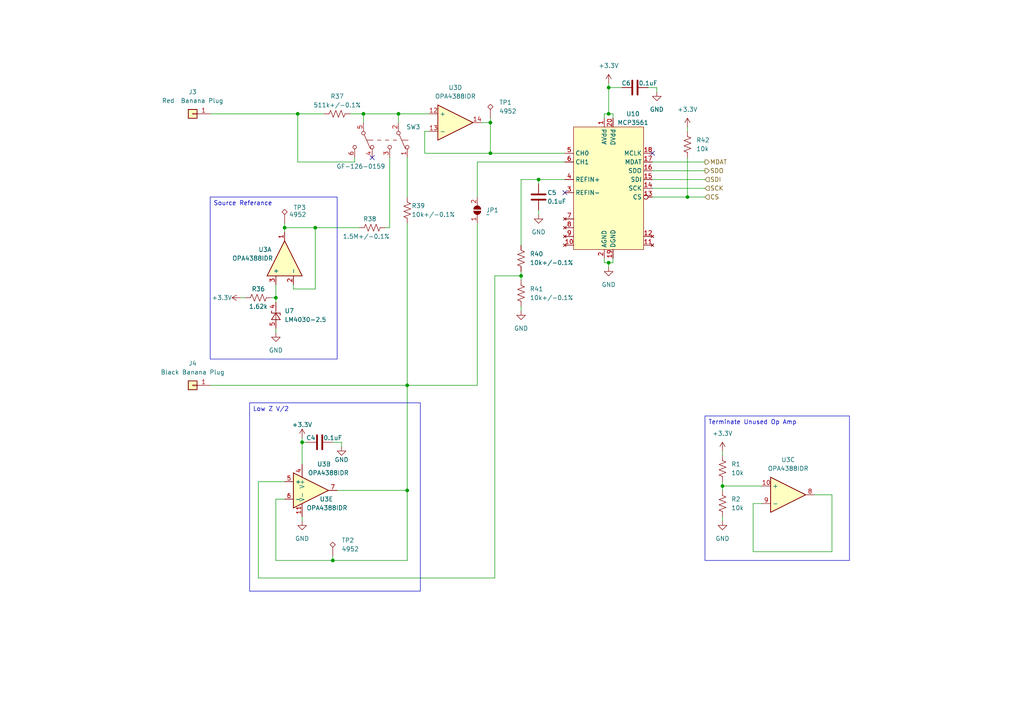
<source format=kicad_sch>
(kicad_sch (version 20230121) (generator eeschema)
  (paper "A4")
  (title_block (title "Multimeter Analog Front End"))
  (lib_symbols
    (symbol "Connector:TestPoint_Alt" (pin_numbers hide) (pin_names (offset 0.762) hide)
      (property "Reference" "TP" (at 0 6.858 0))
      (property "Value" "TestPoint_Alt" (at 0 5.08 0))
      (symbol "TestPoint_Alt_0_1"
        (polyline (pts (xy 0 2.54) (xy -0.762 3.302) (xy 0 4.064) (xy 0.762 3.302) (xy 0 2.54)))
      )
      (symbol "TestPoint_Alt_1_1"
        (pin passive line (at 0 0 90) (length 2.54) (name "1") (number "1"))
      )
    )
    (symbol "Connector_Generic:Conn_01x01" (pin_names (offset 1.016) hide)
      (property "Reference" "J" (at 0 2.54 0))
      (property "Value" "Conn_01x01" (at 0 -2.54 0))
      (symbol "Conn_01x01_1_1"
        (rectangle (start -1.27 0.127) (end 0 -0.127) (stroke (width 0.1524)))
        (rectangle (start -1.27 1.27) (end 1.27 -1.27) (stroke (width 0.254)) (fill (type background)))
        (pin passive line (at -5.08 0 0) (length 3.81) (name "Pin_1") (number "1"))
      )
    )
    (symbol "Device:C" (pin_numbers hide) (pin_names (offset 0.254))
      (property "Reference" "C" (at 0.635 2.54 0))
      (property "Value" "C" (at 0.635 -2.54 0))
      (symbol "C_0_1"
        (polyline (pts (xy -2.032 -0.762) (xy 2.032 -0.762)) (stroke (width 0.508)))
        (polyline (pts (xy -2.032 0.762) (xy 2.032 0.762)) (stroke (width 0.508)))
      )
      (symbol "C_1_1"
        (pin passive line (at 0 3.81 270) (length 2.794) (name "~") (number "1"))
        (pin passive line (at 0 -3.81 90) (length 2.794) (name "~") (number "2"))
      )
    )
    (symbol "Device:Opamp_Quad"
      (property "Reference" "U" (at 0 5.08 0))
      (property "Value" "Opamp_Quad" (at 0 -5.08 0))
      (symbol "Opamp_Quad_1_1"
        (polyline (pts (xy -5.08 5.08) (xy 5.08 0) (xy -5.08 -5.08) (xy -5.08 5.08)) (stroke (width 0.254)) (fill (type background)))
        (pin output line (at 7.62 0 180) (length 2.54) (name "~") (number "1"))
        (pin input line (at -7.62 -2.54 0) (length 2.54) (name "-") (number "2"))
        (pin input line (at -7.62 2.54 0) (length 2.54) (name "+") (number "3"))
      )
      (symbol "Opamp_Quad_2_1"
        (polyline (pts (xy -5.08 5.08) (xy 5.08 0) (xy -5.08 -5.08) (xy -5.08 5.08)) (stroke (width 0.254)) (fill (type background)))
        (pin input line (at -7.62 2.54 0) (length 2.54) (name "+") (number "5"))
        (pin input line (at -7.62 -2.54 0) (length 2.54) (name "-") (number "6"))
        (pin output line (at 7.62 0 180) (length 2.54) (name "~") (number "7"))
      )
      (symbol "Opamp_Quad_3_1"
        (polyline (pts (xy -5.08 5.08) (xy 5.08 0) (xy -5.08 -5.08) (xy -5.08 5.08)) (stroke (width 0.254)) (fill (type background)))
        (pin input line (at -7.62 2.54 0) (length 2.54) (name "+") (number "10"))
        (pin output line (at 7.62 0 180) (length 2.54) (name "~") (number "8"))
        (pin input line (at -7.62 -2.54 0) (length 2.54) (name "-") (number "9"))
      )
      (symbol "Opamp_Quad_4_1"
        (polyline (pts (xy -5.08 5.08) (xy 5.08 0) (xy -5.08 -5.08) (xy -5.08 5.08)) (stroke (width 0.254)) (fill (type background)))
        (pin input line (at -7.62 2.54 0) (length 2.54) (name "+") (number "12"))
        (pin input line (at -7.62 -2.54 0) (length 2.54) (name "-") (number "13"))
        (pin output line (at 7.62 0 180) (length 2.54) (name "~") (number "14"))
      )
      (symbol "Opamp_Quad_5_1"
        (pin power_in line (at -2.54 -7.62 90) (length 3.81) (name "V-") (number "11"))
        (pin power_in line (at -2.54 7.62 270) (length 3.81) (name "V+") (number "4"))
      )
    )
    (symbol "Device:R_US" (pin_numbers hide) (pin_names (offset 0))
      (property "Reference" "R" (at 2.54 0 90))
      (property "Value" "R_US" (at -2.54 0 90))
      (symbol "R_US_0_1"
        (polyline (pts (xy 0 -2.286) (xy 0 -2.54)))
        (polyline (pts (xy 0 2.286) (xy 0 2.54)))
        (polyline (pts (xy 0 -0.762) (xy 1.016 -1.143) (xy 0 -1.524) (xy -1.016 -1.905) (xy 0 -2.286)))
        (polyline (pts (xy 0 0.762) (xy 1.016 0.381) (xy 0 0) (xy -1.016 -0.381) (xy 0 -0.762)))
        (polyline (pts (xy 0 2.286) (xy 1.016 1.905) (xy 0 1.524) (xy -1.016 1.143) (xy 0 0.762)))
      )
      (symbol "R_US_1_1"
        (pin passive line (at 0 3.81 270) (length 1.27) (name "~") (number "1"))
        (pin passive line (at 0 -3.81 90) (length 1.27) (name "~") (number "2"))
      )
    )
    (symbol "Jumper:SolderJumper_2_Open" (pin_names (offset 0) hide)
      (property "Reference" "JP" (at 0 2.032 0))
      (property "Value" "SolderJumper_2_Open" (at 0 -2.54 0))
      (symbol "SolderJumper_2_Open_0_1"
        (arc (start -0.254 1.016) (mid -1.2656 0) (end -0.254 -1.016))
        (arc (start -0.254 1.016) (mid -1.2656 0) (end -0.254 -1.016) (fill (type outline)))
        (polyline (pts (xy -0.254 1.016) (xy -0.254 -1.016)))
        (polyline (pts (xy 0.254 1.016) (xy 0.254 -1.016)))
        (arc (start 0.254 -1.016) (mid 1.2656 0) (end 0.254 1.016))
        (arc (start 0.254 -1.016) (mid 1.2656 0) (end 0.254 1.016) (fill (type outline)))
      )
      (symbol "SolderJumper_2_Open_1_1"
        (pin passive line (at -3.81 0 0) (length 2.54) (name "A") (number "1"))
        (pin passive line (at 3.81 0 180) (length 2.54) (name "B") (number "2"))
      )
    )
    (symbol "Reference_Voltage:LM4030-2.5" (pin_names (offset 0.0254) hide)
      (property "Reference" "U" (at 0 2.54 0))
      (property "Value" "LM4030-2.5" (at 0 -3.175 0))
      (symbol "LM4030-2.5_0_1"
        (polyline (pts (xy -1.27 0) (xy 0 0) (xy 1.27 0)))
        (polyline (pts (xy -1.27 -1.27) (xy 0.635 0) (xy -1.27 1.27) (xy -1.27 -1.27)) (stroke (width 0.2032)))
        (polyline (pts (xy 0 -1.27) (xy 0.635 -1.27) (xy 0.635 1.27) (xy 1.27 1.27)) (stroke (width 0.2032)))
      )
      (symbol "LM4030-2.5_1_1"
        (pin passive line (at 3.81 0 180) (length 2.54) (name "K") (number "4"))
        (pin passive line (at -3.81 0 0) (length 2.54) (name "A") (number "5"))
      )
    )
    (symbol "Switch:SW_Push_DPDT" (pin_names (offset 0) hide)
      (property "Reference" "SW" (at 0 8.89 0))
      (property "Value" "SW_Push_DPDT" (at 0 -10.16 0))
      (symbol "SW_Push_DPDT_0_0"
        (circle (center -2.032 -5.08) (radius 0.508))
        (circle (center -2.032 5.08) (radius 0.508))
        (circle (center 2.032 -7.62) (radius 0.508))
        (circle (center 2.032 2.54) (radius 0.508))
      )
      (symbol "SW_Push_DPDT_0_1"
        (polyline (pts (xy -1.524 -4.826) (xy 2.54 -3.048)))
        (polyline (pts (xy -1.524 5.334) (xy 2.54 7.112)))
        (polyline (pts (xy 0 -2.286) (xy 0 -4.064)))
        (polyline (pts (xy 0 -1.016) (xy 0 0)))
        (polyline (pts (xy 0 1.27) (xy 0 2.286)))
        (polyline (pts (xy 0 3.556) (xy 0 4.572)))
        (polyline (pts (xy 0 7.874) (xy 0 6.096)))
        (circle (center 2.032 -2.54) (radius 0.508))
        (circle (center 2.032 7.62) (radius 0.508))
      )
      (symbol "SW_Push_DPDT_1_1"
        (pin passive line (at 5.08 7.62 180) (length 2.54) (name "A") (number "1"))
        (pin passive line (at -5.08 5.08 0) (length 2.54) (name "B") (number "2"))
        (pin passive line (at 5.08 2.54 180) (length 2.54) (name "C") (number "3"))
        (pin passive line (at 5.08 -2.54 180) (length 2.54) (name "A") (number "4"))
        (pin passive line (at -5.08 -5.08 0) (length 2.54) (name "B") (number "5"))
        (pin passive line (at 5.08 -7.62 180) (length 2.54) (name "C") (number "6"))
      )
    )
    (symbol "multimeter_parts:MCP3561"
      (property "Reference" "U" (at -7.62 20.32 0))
      (property "Value" "MCP3561" (at -7.62 17.78 0))
      (symbol "MCP3561_1_1"
        (rectangle (start -10.16 16.51) (end 10.16 -19.05) (fill (type background)))
        (pin input line (at -1.27 19.05 270) (length 2.54) (name "AVdd") (number "1"))
        (pin no_connect line (at -12.7 -17.78 0) (length 2.54) (name "") (number "10"))
        (pin no_connect line (at 12.7 -17.78 180) (length 2.54) (name "") (number "11"))
        (pin no_connect line (at 12.7 -15.24 180) (length 2.54) (name "") (number "12"))
        (pin input inverted (at 12.7 -3.81 180) (length 2.54) (name "CS") (number "13"))
        (pin input line (at 12.7 -1.27 180) (length 2.54) (name "SCK") (number "14"))
        (pin input line (at 12.7 1.27 180) (length 2.54) (name "SDI") (number "15"))
        (pin input line (at 12.7 3.81 180) (length 2.54) (name "SDO") (number "16"))
        (pin input line (at 12.7 6.35 180) (length 2.54) (name "MDAT") (number "17"))
        (pin input line (at 12.7 8.89 180) (length 2.54) (name "MCLK") (number "18"))
        (pin input line (at 1.27 -21.59 90) (length 2.54) (name "DGND") (number "19"))
        (pin input line (at -1.27 -21.59 90) (length 2.54) (name "AGND") (number "2"))
        (pin input line (at 1.27 19.05 270) (length 2.54) (name "DVdd") (number "20"))
        (pin input line (at -12.7 -2.54 0) (length 2.54) (name "REFIN-") (number "3"))
        (pin input line (at -12.7 1.27 0) (length 2.54) (name "REFIN+") (number "4"))
        (pin input line (at -12.7 8.89 0) (length 2.54) (name "CH0") (number "5"))
        (pin input line (at -12.7 6.35 0) (length 2.54) (name "CH1") (number "6"))
        (pin no_connect line (at -12.7 -10.16 0) (length 2.54) (name "") (number "7"))
        (pin no_connect line (at -12.7 -12.7 0) (length 2.54) (name "") (number "8"))
        (pin no_connect line (at -12.7 -15.24 0) (length 2.54) (name "") (number "9"))
      )
    )
    (symbol "power:+3.3V" (power) (pin_names (offset 0))
      (property "Value" "+3.3V" (at 0 3.556 0))
      (symbol "+3.3V_0_1"
        (polyline (pts (xy -0.762 1.27) (xy 0 2.54)))
        (polyline (pts (xy 0 0) (xy 0 2.54)))
        (polyline (pts (xy 0 2.54) (xy 0.762 1.27)))
      )
      (symbol "+3.3V_1_1"
        (pin power_in line (at 0 0 90) (length 0) hide (name "+3.3V") (number "1"))
      )
    )
    (symbol "power:GND" (power) (pin_names (offset 0))
      (property "Value" "GND" (at 0 -3.81 0))
      (symbol "GND_0_1"
        (polyline (pts (xy 0 0) (xy 0 -1.27) (xy 1.27 -1.27) (xy 0 -2.54) (xy -1.27 -1.27) (xy 0 -1.27)))
      )
      (symbol "GND_1_1"
        (pin power_in line (at 0 0 270) (length 0) hide (name "GND") (number "1"))
      )
    )
  )
  (junction (at 118.11 142.24))
  (junction (at 115.57 33.02))
  (junction (at 199.39 57.15))
  (junction (at 176.53 76.2))
  (junction (at 176.53 33.02))
  (junction (at 96.52 162.56))
  (junction (at 86.36 33.02))
  (junction (at 156.21 52.07))
  (junction (at 142.24 35.56))
  (junction (at 142.24 44.45))
  (junction (at 118.11 111.76))
  (junction (at 176.53 25.4))
  (junction (at 91.44 66.04))
  (junction (at 87.63 128.27))
  (junction (at 105.41 33.02))
  (junction (at 80.01 86.36))
  (junction (at 209.55 140.97))
  (junction (at 82.55 66.04))
  (junction (at 151.13 80.01))
  (no_connect (at 163.83 55.88))
  (no_connect (at 189.23 44.45))
  (no_connect (at 107.95 45.72))
  (wire (pts (xy 142.24 35.56) (xy 142.24 44.45)))
  (wire (pts (xy 115.57 33.02) (xy 124.46 33.02)))
  (wire (pts (xy 241.3 160.02) (xy 241.3 143.51)))
  (wire (pts (xy 82.55 66.04) (xy 91.44 66.04)))
  (wire (pts (xy 111.76 66.04) (xy 113.03 66.04)))
  (wire (pts (xy 113.03 45.72) (xy 113.03 66.04)))
  (wire (pts (xy 189.23 54.61) (xy 204.47 54.61)))
  (wire (pts (xy 138.43 46.99) (xy 163.83 46.99)))
  (wire (pts (xy 199.39 57.15) (xy 204.47 57.15)))
  (wire (pts (xy 209.55 130.81) (xy 209.55 132.08)))
  (wire (pts (xy 96.52 128.27) (xy 99.06 128.27)))
  (wire (pts (xy 209.55 149.86) (xy 209.55 151.13)))
  (wire (pts (xy 80.01 144.78) (xy 80.01 162.56)))
  (wire (pts (xy 74.93 139.7) (xy 82.55 139.7)))
  (wire (pts (xy 176.53 25.4) (xy 176.53 33.02)))
  (wire (pts (xy 60.96 33.02) (xy 86.36 33.02)))
  (wire (pts (xy 87.63 149.86) (xy 87.63 151.13)))
  (wire (pts (xy 142.24 35.56) (xy 139.7 35.56)))
  (wire (pts (xy 82.55 64.77) (xy 82.55 66.04)))
  (wire (pts (xy 142.24 44.45) (xy 163.83 44.45)))
  (wire (pts (xy 241.3 143.51) (xy 236.22 143.51)))
  (wire (pts (xy 87.63 127) (xy 87.63 128.27)))
  (wire (pts (xy 156.21 60.96) (xy 156.21 62.23)))
  (wire (pts (xy 151.13 78.74) (xy 151.13 80.01)))
  (wire (pts (xy 218.44 160.02) (xy 241.3 160.02)))
  (wire (pts (xy 138.43 64.77) (xy 138.43 111.76)))
  (wire (pts (xy 80.01 82.55) (xy 80.01 86.36)))
  (wire (pts (xy 218.44 146.05) (xy 218.44 160.02)))
  (wire (pts (xy 151.13 52.07) (xy 156.21 52.07)))
  (wire (pts (xy 189.23 49.53) (xy 204.47 49.53)))
  (wire (pts (xy 69.85 86.36) (xy 71.12 86.36)))
  (wire (pts (xy 97.79 142.24) (xy 118.11 142.24)))
  (wire (pts (xy 118.11 111.76) (xy 118.11 142.24)))
  (wire (pts (xy 124.46 38.1) (xy 123.19 38.1)))
  (wire (pts (xy 99.06 128.27) (xy 99.06 129.54)))
  (wire (pts (xy 102.87 45.72) (xy 102.87 46.99)))
  (wire (pts (xy 91.44 66.04) (xy 104.14 66.04)))
  (wire (pts (xy 118.11 64.77) (xy 118.11 111.76)))
  (wire (pts (xy 60.96 111.76) (xy 118.11 111.76)))
  (wire (pts (xy 87.63 128.27) (xy 88.9 128.27)))
  (wire (pts (xy 199.39 45.72) (xy 199.39 57.15)))
  (wire (pts (xy 118.11 45.72) (xy 118.11 57.15)))
  (wire (pts (xy 156.21 53.34) (xy 156.21 52.07)))
  (wire (pts (xy 91.44 83.82) (xy 91.44 66.04)))
  (wire (pts (xy 138.43 46.99) (xy 138.43 57.15)))
  (wire (pts (xy 80.01 87.63) (xy 80.01 86.36)))
  (wire (pts (xy 82.55 144.78) (xy 80.01 144.78)))
  (wire (pts (xy 177.8 33.02) (xy 177.8 34.29)))
  (wire (pts (xy 143.51 167.64) (xy 74.93 167.64)))
  (wire (pts (xy 80.01 95.25) (xy 80.01 96.52)))
  (wire (pts (xy 156.21 52.07) (xy 163.83 52.07)))
  (wire (pts (xy 189.23 52.07) (xy 204.47 52.07)))
  (wire (pts (xy 142.24 34.29) (xy 142.24 35.56)))
  (wire (pts (xy 220.98 146.05) (xy 218.44 146.05)))
  (wire (pts (xy 190.5 25.4) (xy 190.5 26.67)))
  (wire (pts (xy 87.63 128.27) (xy 87.63 134.62)))
  (wire (pts (xy 176.53 76.2) (xy 177.8 76.2)))
  (wire (pts (xy 86.36 46.99) (xy 86.36 33.02)))
  (wire (pts (xy 176.53 33.02) (xy 175.26 33.02)))
  (wire (pts (xy 123.19 38.1) (xy 123.19 44.45)))
  (wire (pts (xy 82.55 67.31) (xy 82.55 66.04)))
  (wire (pts (xy 176.53 24.13) (xy 176.53 25.4)))
  (wire (pts (xy 176.53 76.2) (xy 176.53 77.47)))
  (wire (pts (xy 151.13 71.12) (xy 151.13 52.07)))
  (wire (pts (xy 189.23 46.99) (xy 204.47 46.99)))
  (wire (pts (xy 96.52 162.56) (xy 118.11 162.56)))
  (wire (pts (xy 209.55 139.7) (xy 209.55 140.97)))
  (wire (pts (xy 105.41 33.02) (xy 105.41 35.56)))
  (wire (pts (xy 105.41 33.02) (xy 115.57 33.02)))
  (wire (pts (xy 118.11 111.76) (xy 138.43 111.76)))
  (wire (pts (xy 175.26 76.2) (xy 176.53 76.2)))
  (wire (pts (xy 85.09 83.82) (xy 91.44 83.82)))
  (wire (pts (xy 151.13 88.9) (xy 151.13 90.17)))
  (wire (pts (xy 78.74 86.36) (xy 80.01 86.36)))
  (wire (pts (xy 74.93 167.64) (xy 74.93 139.7)))
  (wire (pts (xy 209.55 140.97) (xy 220.98 140.97)))
  (wire (pts (xy 151.13 80.01) (xy 151.13 81.28)))
  (wire (pts (xy 118.11 162.56) (xy 118.11 142.24)))
  (wire (pts (xy 123.19 44.45) (xy 142.24 44.45)))
  (wire (pts (xy 143.51 80.01) (xy 143.51 167.64)))
  (wire (pts (xy 80.01 162.56) (xy 96.52 162.56)))
  (wire (pts (xy 176.53 25.4) (xy 180.34 25.4)))
  (wire (pts (xy 175.26 74.93) (xy 175.26 76.2)))
  (wire (pts (xy 115.57 33.02) (xy 115.57 35.56)))
  (wire (pts (xy 85.09 82.55) (xy 85.09 83.82)))
  (wire (pts (xy 189.23 57.15) (xy 199.39 57.15)))
  (wire (pts (xy 86.36 33.02) (xy 93.98 33.02)))
  (wire (pts (xy 177.8 74.93) (xy 177.8 76.2)))
  (wire (pts (xy 199.39 36.83) (xy 199.39 38.1)))
  (wire (pts (xy 151.13 80.01) (xy 143.51 80.01)))
  (wire (pts (xy 187.96 25.4) (xy 190.5 25.4)))
  (wire (pts (xy 101.6 33.02) (xy 105.41 33.02)))
  (wire (pts (xy 102.87 46.99) (xy 86.36 46.99)))
  (wire (pts (xy 96.52 161.29) (xy 96.52 162.56)))
  (wire (pts (xy 209.55 140.97) (xy 209.55 142.24)))
  (wire (pts (xy 175.26 33.02) (xy 175.26 34.29)))
  (wire (pts (xy 176.53 33.02) (xy 177.8 33.02)))
  (text_box "Low Z V/2" (at 72.39 116.84 0) (size 49.53 54.61) (effects (font (size 1.27 1.27)) (justify left top)))
  (text_box "Terminate Unused Op Amp" (at 204.47 120.65 0) (size 41.91 41.91) (effects (font (size 1.27 1.27)) (justify left top)))
  (text_box "Source Referance" (at 60.96 57.15 0) (size 36.83 46.99) (effects (font (size 1.27 1.27)) (justify left top)))
  (hierarchical_label "MDAT" (shape output) (at 204.47 46.99 0))
  (hierarchical_label "SDO" (shape output) (at 204.47 49.53 0))
  (hierarchical_label "CS" (shape input) (at 204.47 57.15 0))
  (hierarchical_label "SDI" (shape input) (at 204.47 52.07 0))
  (hierarchical_label "SCK" (shape input) (at 204.47 54.61 0))
  (symbol (lib_id "Connector_Generic:Conn_01x01") (at 55.88 33.02 180) (unit 1)
    (property "Reference" "J3" (at 55.88 26.67 0))
    (property "Value" "Red  Banana Plug" (at 55.88 29.21 0))
    (property "Footprint" "Multimeter:KEYSTONE_575-4" (effects hide))
    (property "Digikey Part #" "36-575-8-ND" (effects hide))
    (property "Part #" "575-8" (effects hide))
    (property "Unit Price" "0.88" (effects hide))
  )
  (symbol (lib_id "Device:R_US") (at 209.55 146.05 0) (unit 1)
    (property "Reference" "R2" (at 212.09 144.78 0) (effects (justify left)))
    (property "Value" "10k" (at 212.09 147.32 0) (effects (justify left)))
    (property "Footprint" "Resistor_SMD:R_0805_2012Metric_Pad1.20x1.40mm_HandSolder" (effects hide))
    (property "Digikey Part #" "RMCF0805FT10K0CT-ND" (effects hide))
    (property "Part #" "RMCF0805FT10K0" (effects hide))
    (property "Unit Price" "0.1" (effects hide))
  )
  (symbol (lib_id "power:+3.3V") (at 209.55 130.81 0) (unit 1)
    (property "Reference" "#PWR036" (effects hide))
    (property "Value" "+3.3V" (at 209.55 125.73 0))
    (instances (project "Multimeter" (path "" (reference "#PWR036") (unit 1)) (path "" (reference "#PWR012") (unit 1))))
  )
  (symbol (lib_id "Connector:TestPoint_Alt") (at 96.52 161.29 0) (unit 1)
    (property "Reference" "TP2" (at 99.06 156.718 0) (effects (justify left)))
    (property "Value" "4952" (at 99.06 159.258 0) (effects (justify left)))
    (property "Footprint" "TestPoint:TestPoint_THTPad_1.5x1.5mm_Drill0.7mm" (effects hide))
    (property "Digikey Part #" "36-4952-ND" (effects hide))
    (property "Part #" "4952" (effects hide))
    (property "Unit Price" "0.26" (effects hide))
  )
  (symbol (lib_id "power:GND") (at 87.63 151.13 0) (unit 1)
    (property "Reference" "#PWR032" (effects hide))
    (property "Value" "GND" (at 87.63 156.21 0))
  )
  (symbol (lib_id "power:+3.3V") (at 176.53 24.13 0) (unit 1)
    (property "Reference" "#PWR036" (effects hide))
    (property "Value" "+3.3V" (at 176.53 19.05 0))
  )
  (symbol (lib_id "power:GND") (at 176.53 77.47 0) (unit 1)
    (property "Reference" "#PWR037" (effects hide))
    (property "Value" "GND" (at 176.53 82.55 0))
  )
  (symbol (lib_id "power:GND") (at 99.06 129.54 0) (unit 1)
    (property "Reference" "#PWR033" (effects hide))
    (property "Value" "GND" (at 99.06 133.35 0))
  )
  (symbol (lib_id "Switch:SW_Push_DPDT") (at 110.49 40.64 270) (unit 1)
    (property "Reference" "SW3" (at 121.92 36.83 90) (effects (justify right)))
    (property "Value" "GF-126-0159" (at 111.76 48.26 90) (effects (justify right)))
    (property "Footprint" "Multimeter:SW_GF-126-0159" (effects hide))
    (property "Digikey Part #" "SW342-ND" (effects hide))
    (property "Part #" "GF-126-0159" (effects hide))
    (property "Unit Price" "1.58" (effects hide))
  )
  (symbol (lib_id "Device:C") (at 156.21 57.15 0) (unit 1)
    (property "Reference" "C5" (at 158.75 55.88 0) (effects (justify left)))
    (property "Value" "0.1uF" (at 158.75 58.42 0) (effects (justify left)))
    (property "Footprint" "Capacitor_SMD:C_0805_2012Metric" (effects hide))
    (property "Digikey Part #" "1276-1003-1-ND" (effects hide))
    (property "Part #" "CL21B104KBCNNNC" (effects hide))
    (property "Unit Price" "0.1" (effects hide))
  )
  (symbol (lib_id "Device:R_US") (at 151.13 74.93 0) (unit 1)
    (property "Reference" "R40" (at 153.67 73.66 0) (effects (justify left)))
    (property "Value" "10k+/-0.1%" (at 153.67 76.2 0) (effects (justify left)))
    (property "Footprint" "Resistor_SMD:R_0805_2012Metric_Pad1.20x1.40mm_HandSolder" (effects hide))
    (property "Digikey Part #" "P10KDACT-ND" (effects hide))
    (property "Part #" "ERA-6AEB103V" (effects hide))
    (property "Unit Price" "0.32" (effects hide))
  )
  (symbol (lib_id "Device:R_US") (at 199.39 41.91 0) (unit 1)
    (property "Reference" "R42" (at 201.93 40.64 0) (effects (justify left)))
    (property "Value" "10k" (at 201.93 43.18 0) (effects (justify left)))
    (property "Footprint" "Resistor_SMD:R_0805_2012Metric_Pad1.20x1.40mm_HandSolder" (effects hide))
    (property "Digikey Part #" "RMCF0805FT10K0CT-ND" (effects hide))
    (property "Part #" "RMCF0805FT10K0" (effects hide))
    (property "Unit Price" "0.1" (effects hide))
  )
  (symbol (lib_id "Device:R_US") (at 209.55 135.89 0) (unit 1)
    (property "Reference" "R1" (at 212.09 134.62 0) (effects (justify left)))
    (property "Value" "10k" (at 212.09 137.16 0) (effects (justify left)))
    (property "Footprint" "Resistor_SMD:R_0805_2012Metric_Pad1.20x1.40mm_HandSolder" (effects hide))
    (property "Digikey Part #" "RMCF0805FT10K0CT-ND" (effects hide))
    (property "Part #" "RMCF0805FT10K0" (effects hide))
    (property "Unit Price" "0.1" (effects hide))
  )
  (symbol (lib_id "Device:Opamp_Quad") (at 228.6 143.51 0) (unit 3)
    (property "Reference" "U3" (at 228.6 133.35 0))
    (property "Value" "OPA4388IDR" (at 228.6 135.89 0))
    (property "Footprint" "Package_SO:SOIC-14_3.9x8.7mm_P1.27mm" (effects hide))
    (property "Digikey Part #" "296-53511-1-ND" (effects hide))
    (property "Part #" "OPA4388IDR" (effects hide))
    (property "Unit Price" "4.92" (effects hide))
  )
  (symbol (lib_id "Device:R_US") (at 118.11 60.96 0) (unit 1)
    (property "Reference" "R39" (at 119.38 59.69 0) (effects (justify left)))
    (property "Value" "10k+/-0.1%" (at 119.38 62.23 0) (effects (justify left)))
    (property "Footprint" "Resistor_SMD:R_0805_2012Metric_Pad1.20x1.40mm_HandSolder" (effects hide))
    (property "Digikey Part #" "P10KDACT-ND" (effects hide))
    (property "Part #" "ERA-6AEB103V" (effects hide))
    (property "Unit Price" "0.32" (effects hide))
  )
  (symbol (lib_id "power:GND") (at 80.01 96.52 0) (unit 1)
    (property "Reference" "#PWR030" (effects hide))
    (property "Value" "GND" (at 80.01 101.6 0))
  )
  (symbol (lib_id "Jumper:SolderJumper_2_Open") (at 138.43 60.96 90) (unit 1)
    (property "Reference" "JP1" (at 140.97 60.96 90) (effects (justify right)))
    (property "Value" "~" (at 140.97 62.23 90) (effects (justify right)))
    (property "Footprint" "Jumper:SolderJumper-2_P1.3mm_Open_Pad1.0x1.5mm" (effects hide))
  )
  (symbol (lib_id "Device:R_US") (at 97.79 33.02 90) (unit 1)
    (property "Reference" "R37" (at 97.79 27.94 90))
    (property "Value" "511k+/-0.1%" (at 97.79 30.48 90))
    (property "Footprint" "Resistor_SMD:R_0805_2012Metric_Pad1.20x1.40mm_HandSolder" (effects hide))
    (property "Digikey Part #" "P511KDACT-ND" (effects hide))
    (property "Part #" "ERA-6AEB5113V" (effects hide))
  )
  (symbol (lib_id "Device:Opamp_Quad") (at 82.55 74.93 90) (unit 1)
    (property "Reference" "U3" (at 74.93 72.39 90) (effects (justify right)))
    (property "Value" "OPA4388IDR" (at 67.31 74.93 90) (effects (justify right)))
    (property "Footprint" "Package_SO:SOIC-14_3.9x8.7mm_P1.27mm" (effects hide))
    (property "Digikey Part #" "296-53511-1-ND" (effects hide))
    (property "Part #" "OPA4388IDR" (effects hide))
    (property "Unit Price" "4.92" (effects hide))
  )
  (symbol (lib_id "Device:Opamp_Quad") (at 132.08 35.56 0) (unit 4)
    (property "Reference" "U3" (at 132.08 25.4 0))
    (property "Value" "OPA4388IDR" (at 132.08 27.94 0))
    (property "Footprint" "Package_SO:SOIC-14_3.9x8.7mm_P1.27mm" (effects hide))
    (property "Digikey Part #" "296-53511-1-ND" (effects hide))
    (property "Part #" "OPA4388IDR" (effects hide))
    (property "Unit Price" "4.92" (effects hide))
  )
  (symbol (lib_id "Device:R_US") (at 74.93 86.36 90) (unit 1)
    (property "Reference" "R36" (at 74.93 83.82 90))
    (property "Value" "1.62k" (at 74.93 88.9 90))
    (property "Footprint" "Resistor_SMD:R_0805_2012Metric_Pad1.20x1.40mm_HandSolder" (effects hide))
    (property "Digikey Part #" "RMCF0805FT1K62CT-ND" (effects hide))
    (property "Part #" "RMCF0805FT1K62" (effects hide))
    (property "Unit Price" "0.1" (effects hide))
  )
  (symbol (lib_id "power:+3.3V") (at 199.39 36.83 0) (unit 1)
    (property "Reference" "#PWR036" (effects hide))
    (property "Value" "+3.3V" (at 199.39 31.75 0))
    (instances (project "Multimeter" (path "" (reference "#PWR036") (unit 1)) (path "" (reference "#PWR040") (unit 1))))
  )
  (symbol (lib_id "multimeter_parts:MCP3561") (at 176.53 53.34 0) (unit 1)
    (property "Reference" "U10" (at 181.61 33.02 0) (effects (justify left)))
    (property "Value" "MCP3561" (at 179.07 35.56 0) (effects (justify left)))
    (property "Footprint" "Package_SO:SSOP-20_4.4x6.5mm_P0.65mm" (effects hide))
    (property "Digikey Part #" "150-MCP3561RT-E/STCT-ND" (effects hide))
    (property "Part #" "MCP3561RT-E/ST" (effects hide))
    (property "Unit Price" "3.00" (effects hide))
  )
  (symbol (lib_id "Reference_Voltage:LM4030-2.5") (at 80.01 91.44 90) (unit 1)
    (property "Reference" "U7" (at 82.55 90.17 90) (effects (justify right)))
    (property "Value" "LM4030-2.5" (at 82.55 92.71 90) (effects (justify right)))
    (property "Footprint" "Package_TO_SOT_SMD:SOT-23-5" (effects hide))
    (property "Datasheet" "http://www.ti.com/lit/ds/symlink/lm4030.pdf" (effects hide))
    (property "Digikey Part #" "LM4030CMF-2.5/NOPBCT-ND" (effects hide))
    (property "Part #" "LM4030CMF-2.5/NOPB" (effects hide))
    (property "Unit Price" "1.61" (effects hide))
  )
  (symbol (lib_id "power:+3.3V") (at 87.63 127 0) (unit 1)
    (property "Reference" "#PWR031" (effects hide))
    (property "Value" "+3.3V" (at 87.63 123.19 0))
  )
  (symbol (lib_id "power:GND") (at 209.55 151.13 0) (unit 1)
    (property "Reference" "#PWR034" (effects hide))
    (property "Value" "GND" (at 209.55 156.21 0))
    (instances (project "Multimeter" (path "" (reference "#PWR034") (unit 1)) (path "" (reference "#PWR011") (unit 1))))
  )
  (symbol (lib_id "Device:C") (at 92.71 128.27 90) (unit 1)
    (property "Reference" "C4" (at 90.17 127 90))
    (property "Value" "0.1uF" (at 96.52 127 90))
    (property "Footprint" "Capacitor_SMD:C_0805_2012Metric" (effects hide))
    (property "Digikey Part #" "1276-1003-1-ND" (effects hide))
    (property "Part #" "CL21B104KBCNNNC" (effects hide))
    (property "Unit Price" "0.1" (effects hide))
  )
  (symbol (lib_id "Device:Opamp_Quad") (at 90.17 142.24 0) (unit 2)
    (property "Reference" "U3" (at 93.98 134.62 0))
    (property "Value" "OPA4388IDR" (at 95.25 137.16 0))
    (property "Footprint" "Package_SO:SOIC-14_3.9x8.7mm_P1.27mm" (effects hide))
    (property "Digikey Part #" "296-53511-1-ND" (effects hide))
    (property "Part #" "OPA4388IDR" (effects hide))
    (property "Unit Price" "4.92" (effects hide))
  )
  (symbol (lib_id "power:GND") (at 190.5 26.67 0) (unit 1)
    (property "Reference" "#PWR037" (effects hide))
    (property "Value" "GND" (at 190.5 31.75 0))
    (instances (project "Multimeter" (path "" (reference "#PWR037") (unit 1)) (path "" (reference "#PWR039") (unit 1))))
  )
  (symbol (lib_id "Device:Opamp_Quad") (at 90.17 142.24 0) (unit 5)
    (property "Reference" "U3" (at 92.71 144.78 0) (effects (justify left)))
    (property "Value" "OPA4388IDR" (at 88.9 147.32 0) (effects (justify left)))
    (property "Footprint" "Package_SO:SOIC-14_3.9x8.7mm_P1.27mm" (effects hide))
    (property "Digikey Part #" "296-53511-1-ND" (effects hide))
    (property "Part #" "OPA4388IDR" (effects hide))
    (property "Unit Price" "4.92" (effects hide))
  )
  (symbol (lib_id "Device:C") (at 184.15 25.4 90) (unit 1)
    (property "Reference" "C6" (at 181.61 24.13 90))
    (property "Value" "0.1uF" (at 187.96 24.13 90))
    (property "Footprint" "Capacitor_SMD:C_0805_2012Metric" (effects hide))
    (property "Digikey Part #" "1276-1003-1-ND" (effects hide))
    (property "Part #" "CL21B104KBCNNNC" (effects hide))
    (property "Unit Price" "0.1" (effects hide))
  )
  (symbol (lib_id "power:+3.3V") (at 69.85 86.36 90) (unit 1)
    (property "Reference" "#PWR029" (effects hide))
    (property "Value" "+3.3V" (at 67.31 86.36 90) (effects (justify left)))
  )
  (symbol (lib_id "power:GND") (at 156.21 62.23 0) (unit 1)
    (property "Reference" "#PWR035" (effects hide))
    (property "Value" "GND" (at 156.21 67.31 0))
  )
  (symbol (lib_id "power:GND") (at 151.13 90.17 0) (unit 1)
    (property "Reference" "#PWR034" (effects hide))
    (property "Value" "GND" (at 151.13 95.25 0))
  )
  (symbol (lib_id "Connector:TestPoint_Alt") (at 142.24 34.29 0) (unit 1)
    (property "Reference" "TP1" (at 144.78 29.718 0) (effects (justify left)))
    (property "Value" "4952" (at 144.78 32.258 0) (effects (justify left)))
    (property "Footprint" "TestPoint:TestPoint_THTPad_1.5x1.5mm_Drill0.7mm" (effects hide))
    (property "Digikey Part #" "36-4952-ND" (effects hide))
    (property "Part #" "4952" (effects hide))
    (property "Unit Price" "0.26" (effects hide))
  )
  (symbol (lib_id "Device:R_US") (at 107.95 66.04 90) (unit 1)
    (property "Reference" "R38" (at 109.22 63.5 90) (effects (justify left)))
    (property "Value" "1.5M+/-0.1%" (at 113.03 68.58 90) (effects (justify left)))
    (property "Footprint" "Resistor_SMD:R_0805_2012Metric_Pad1.20x1.40mm_HandSolder" (effects hide))
    (property "Digikey Part #" "408-2025-1-ND" (effects hide))
    (property "Part #" "RG2012P-155-B-T5" (effects hide))
    (property "Unit Price" "0.1" (effects hide))
  )
  (symbol (lib_id "Connector:TestPoint_Alt") (at 82.55 64.77 0) (unit 1)
    (property "Reference" "TP3" (at 85.09 60.198 0) (effects (justify left)))
    (property "Value" "4952" (at 83.82 62.23 0) (effects (justify left)))
    (property "Footprint" "TestPoint:TestPoint_THTPad_1.5x1.5mm_Drill0.7mm" (effects hide))
    (property "Digikey Part #" "36-4952-ND" (effects hide))
    (property "Part #" "4952" (effects hide))
    (property "Unit Price" "0.26" (effects hide))
  )
  (symbol (lib_id "Connector_Generic:Conn_01x01") (at 55.88 111.76 180) (unit 1)
    (property "Reference" "J4" (at 55.88 105.41 0))
    (property "Value" "Black Banana Plug" (at 55.88 107.95 0))
    (property "Footprint" "Multimeter:KEYSTONE_575-4" (effects hide))
    (property "Digikey Part #" "36-575-8-ND" (effects hide))
    (property "Part #" "575-8" (effects hide))
    (property "Unit Price" "0.88" (effects hide))
  )
  (symbol (lib_id "Device:R_US") (at 151.13 85.09 0) (unit 1)
    (property "Reference" "R41" (at 153.67 83.82 0) (effects (justify left)))
    (property "Value" "10k+/-0.1%" (at 153.67 86.36 0) (effects (justify left)))
    (property "Footprint" "Resistor_SMD:R_0805_2012Metric_Pad1.20x1.40mm_HandSolder" (effects hide))
    (property "Digikey Part #" "P10KDACT-ND" (effects hide))
    (property "Part #" "ERA-6AEB103V" (effects hide))
    (property "Unit Price" "0.32" (effects hide))
  )
)
</source>
